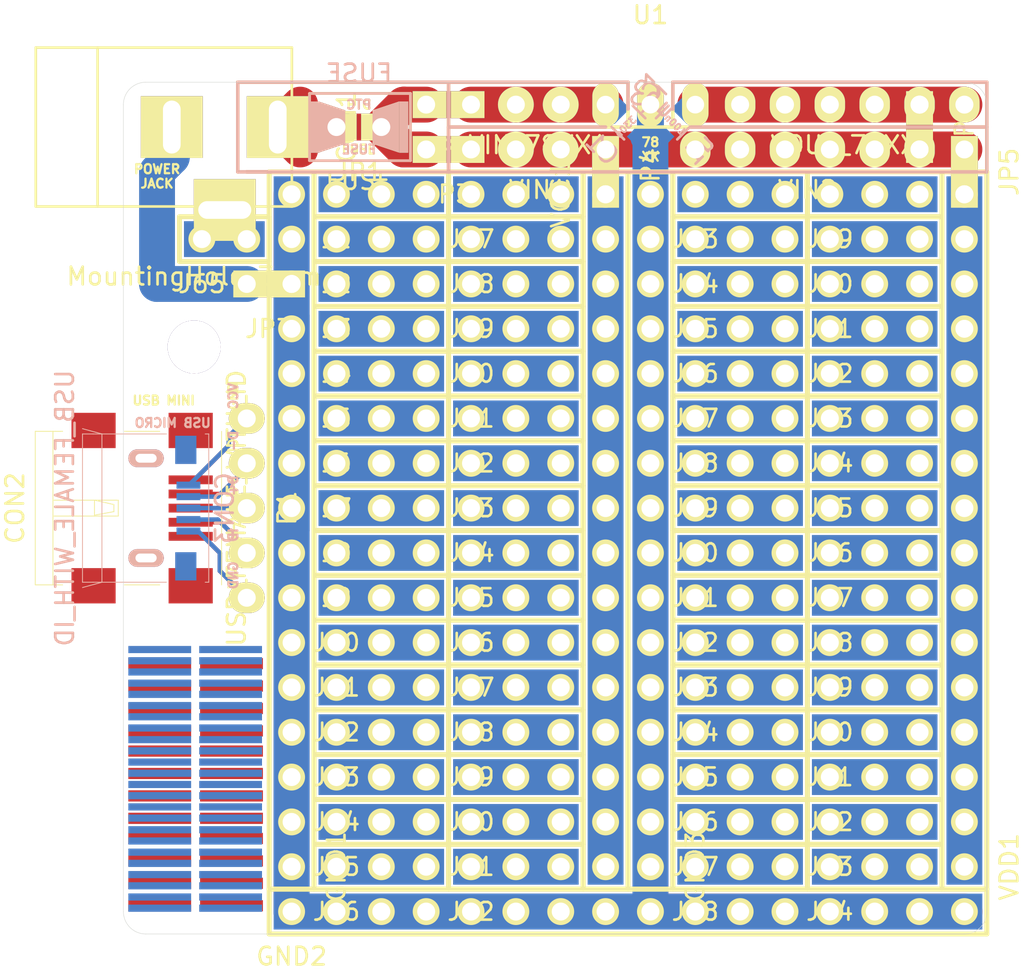
<source format=kicad_pcb>
(kicad_pcb (version 20221018) (generator pcbnew)
  (layers (0 "F.Cu" signal) (31 "B.Cu" signal) (34 "B.Paste" user) (35 "F.Paste" user) (36 "B.SilkS" user "B.Silkscreen") (37 "F.SilkS" user "F.Silkscreen") (38 "B.Mask" user) (39 "F.Mask" user) (44 "Edge.Cuts" user))
  (net 0 "")
  (net 1 "Net-(C1-Pad1)")
  (net 2 "Net-(C1-Pad2)")
  (net 3 "Net-(C2-Pad1)")
  (net 4 "Net-(CON1-Pad1)")
  (net 5 "Net-(CON1-Pad2)")
  (net 6 "Net-(CON1-Pad3)")
  (net 7 "Net-(CON2-Pad1)")
  (net 8 "Net-(CON2-Pad2)")
  (net 9 "Net-(CON2-Pad3)")
  (net 10 "Net-(CON2-Pad4)")
  (net 11 "Net-(CON2-Pad5)")
  (net 12 "Net-(CON2-Pad6)")
  (net 13 "Net-(CON3-Pad6)")
  (net 14 "Net-(J1-Pad1)")
  (net 15 "Net-(J2-Pad1)")
  (net 16 "Net-(J3-Pad1)")
  (net 17 "Net-(J4-Pad1)")
  (net 18 "Net-(J5-Pad1)")
  (net 19 "Net-(J6-Pad1)")
  (net 20 "Net-(J7-Pad1)")
  (net 21 "Net-(J8-Pad1)")
  (net 22 "Net-(J9-Pad1)")
  (net 23 "Net-(J10-Pad1)")
  (net 24 "Net-(J11-Pad1)")
  (net 25 "Net-(J12-Pad1)")
  (net 26 "Net-(J13-Pad1)")
  (net 27 "Net-(J14-Pad1)")
  (net 28 "Net-(J15-Pad1)")
  (net 29 "Net-(J16-Pad1)")
  (net 30 "Net-(J17-Pad1)")
  (net 31 "Net-(J18-Pad1)")
  (net 32 "Net-(J19-Pad1)")
  (net 33 "Net-(J20-Pad1)")
  (net 34 "Net-(J21-Pad1)")
  (net 35 "Net-(J22-Pad1)")
  (net 36 "Net-(J23-Pad1)")
  (net 37 "Net-(J24-Pad1)")
  (net 38 "Net-(J25-Pad1)")
  (net 39 "Net-(J26-Pad1)")
  (net 40 "Net-(J27-Pad1)")
  (net 41 "Net-(J28-Pad1)")
  (net 42 "Net-(J29-Pad1)")
  (net 43 "Net-(J30-Pad1)")
  (net 44 "Net-(J31-Pad1)")
  (net 45 "Net-(J32-Pad1)")
  (net 46 "Net-(J33-Pad1)")
  (net 47 "Net-(J34-Pad1)")
  (net 48 "Net-(J35-Pad1)")
  (net 49 "Net-(J36-Pad1)")
  (net 50 "Net-(J37-Pad1)")
  (net 51 "Net-(J38-Pad1)")
  (net 52 "Net-(J39-Pad1)")
  (net 53 "Net-(J40-Pad1)")
  (net 54 "Net-(J41-Pad1)")
  (net 55 "Net-(J42-Pad1)")
  (net 56 "Net-(J43-Pad1)")
  (net 57 "Net-(J44-Pad1)")
  (net 58 "Net-(J45-Pad1)")
  (net 59 "Net-(J46-Pad1)")
  (net 60 "Net-(J47-Pad1)")
  (net 61 "Net-(J48-Pad1)")
  (net 62 "Net-(J49-Pad1)")
  (net 63 "Net-(J50-Pad1)")
  (net 64 "Net-(J51-Pad1)")
  (net 65 "Net-(J52-Pad1)")
  (net 66 "Net-(J53-Pad1)")
  (net 67 "Net-(J54-Pad1)")
  (net 68 "Net-(J55-Pad1)")
  (net 69 "Net-(J56-Pad1)")
  (net 70 "Net-(J57-Pad1)")
  (net 71 "Net-(J58-Pad1)")
  (net 72 "Net-(J59-Pad1)")
  (net 73 "Net-(J60-Pad1)")
  (net 74 "Net-(J61-Pad1)")
  (net 75 "Net-(J62-Pad1)")
  (net 76 "Net-(J63-Pad1)")
  (net 77 "Net-(J64-Pad1)")
  (net 78 "Net-(JP3-Pad2)")
  (net 79 "Net-(JP4-Pad1)")
  (net 80 "Net-(JP5-Pad1)")
  (net 81 "Net-(F1-Pad2)")
  (footprint "2.54mm_Pin_Headers:Solder_Jumper_1x2_Shorted_T" (layer "F.Cu") (at 38.1 34.29)
    (fp_text reference "JP7")
    (fp_text value "JUMPER" hide)
  )
  (footprint "Socket_Strips:Socket_Strip_Straight_1x02" (layer "F.Cu") (at 53.34 26.67 180)
    (fp_text reference "VIN1")
    (fp_text value "CONN_2" hide)
  )
  (footprint "Socket_Strips:Socket_Strip_Straight_1x02" (layer "F.Cu") (at 53.34 24.13 180)
    (fp_text reference "VIN_78XX1")
    (fp_text value "CONN_2" hide)
  )
  (footprint "SMD:SMD_127_357_4X2" (layer "F.Cu") (at 33.9344 67.6148)
    (fp_text reference "Ref**" hide)
    (fp_text value "Val**" hide)
  )
  (footprint "SMD:SMD_127_357_4X2" (layer "F.Cu") (at 33.9344 62.6618)
    (fp_text reference "Ref**" hide)
    (fp_text value "Val**" hide)
  )
  (footprint "SMD:SMD_127_357_4X2" (layer "F.Cu") (at 33.9344 57.7088)
    (fp_text reference "Ref**" hide)
    (fp_text value "Val**" hide)
  )
  (footprint "Mounting_Holes:MountingHole_3mm" (layer "F.Cu") (at 33.85 37.86)
    (fp_text reference "MountingHole_3mm")
    (fp_text value "VAL**" hide)
  )
  (footprint "Connect:BARREL_JACK" (layer "F.Cu") (at 32.385 25.4)
    (fp_text reference "CON1")
    (fp_text value "BARREL_JACK" hide)
  )
  (footprint "2.54mm_Pin_Headers:Interconnect_1x16" (layer "F.Cu") (at 39.37 67.31 90)
    (fp_text reference "GND1")
    (fp_text value "INTERCONNECT_16X1" hide)
  )
  (footprint "2.54mm_Pin_Headers:Interconnect_1x16" (layer "F.Cu") (at 39.37 69.85)
    (fp_text reference "GND2")
    (fp_text value "INTERCONNECT_16X1" hide)
  )
  (footprint "2.54mm_Pin_Headers:Interconnect_1x03" (layer "F.Cu") (at 41.91 31.75)
    (fp_text reference "J2")
    (fp_text value "INTERCONNECT_3X1" hide)
  )
  (footprint "2.54mm_Pin_Headers:Interconnect_1x03" (layer "F.Cu") (at 41.91 34.29)
    (fp_text reference "J3")
    (fp_text value "INTERCONNECT_3X1" hide)
  )
  (footprint "2.54mm_Pin_Headers:Interconnect_1x03" (layer "F.Cu") (at 41.91 36.83)
    (fp_text reference "J4")
    (fp_text value "INTERCONNECT_3X1" hide)
  )
  (footprint "2.54mm_Pin_Headers:Interconnect_1x03" (layer "F.Cu") (at 41.91 39.37)
    (fp_text reference "J5")
    (fp_text value "INTERCONNECT_3X1" hide)
  )
  (footprint "2.54mm_Pin_Headers:Interconnect_1x03" (layer "F.Cu") (at 41.91 41.91)
    (fp_text reference "J6")
    (fp_text value "INTERCONNECT_3X1" hide)
  )
  (footprint "2.54mm_Pin_Headers:Interconnect_1x03" (layer "F.Cu") (at 41.91 44.45)
    (fp_text reference "J7")
    (fp_text value "INTERCONNECT_3X1" hide)
  )
  (footprint "2.54mm_Pin_Headers:Interconnect_1x03" (layer "F.Cu") (at 41.91 46.99)
    (fp_text reference "J8")
    (fp_text value "INTERCONNECT_3X1" hide)
  )
  (footprint "2.54mm_Pin_Headers:Interconnect_1x03" (layer "F.Cu") (at 41.91 49.53)
    (fp_text reference "J9")
    (fp_text value "INTERCONNECT_3X1" hide)
  )
  (footprint "2.54mm_Pin_Headers:Interconnect_1x03" (layer "F.Cu") (at 41.91 52.07)
    (fp_text reference "J10")
    (fp_text value "INTERCONNECT_3X1" hide)
  )
  (footprint "2.54mm_Pin_Headers:Interconnect_1x03" (layer "F.Cu") (at 41.91 54.61)
    (fp_text reference "J11")
    (fp_text value "INTERCONNECT_3X1" hide)
  )
  (footprint "2.54mm_Pin_Headers:Interconnect_1x03" (layer "F.Cu") (at 41.91 57.15)
    (fp_text reference "J12")
    (fp_text value "INTERCONNECT_3X1" hide)
  )
  (footprint "2.54mm_Pin_Headers:Interconnect_1x03" (layer "F.Cu") (at 41.91 59.69)
    (fp_text reference "J13")
    (fp_text value "INTERCONNECT_3X1" hide)
  )
  (footprint "2.54mm_Pin_Headers:Interconnect_1x03" (layer "F.Cu") (at 41.91 62.23)
    (fp_text reference "J14")
    (fp_text value "INTERCONNECT_3X1" hide)
  )
  (footprint "2.54mm_Pin_Headers:Interconnect_1x03" (layer "F.Cu") (at 41.91 64.77)
    (fp_text reference "J15")
    (fp_text value "INTERCONNECT_3X1" hide)
  )
  (footprint "2.54mm_Pin_Headers:Interconnect_1x03" (layer "F.Cu") (at 41.91 67.31)
    (fp_text reference "J16")
    (fp_text value "INTERCONNECT_3X1" hide)
  )
  (footprint "2.54mm_Pin_Headers:Interconnect_1x03" (layer "F.Cu") (at 49.53 29.21)
    (fp_text reference "J17")
    (fp_text value "INTERCONNECT_3X1" hide)
  )
  (footprint "2.54mm_Pin_Headers:Interconnect_1x03" (layer "F.Cu") (at 49.53 31.75)
    (fp_text reference "J18")
    (fp_text value "INTERCONNECT_3X1" hide)
  )
  (footprint "2.54mm_Pin_Headers:Interconnect_1x03" (layer "F.Cu") (at 49.53 34.29)
    (fp_text reference "J19")
    (fp_text value "INTERCONNECT_3X1" hide)
  )
  (footprint "2.54mm_Pin_Headers:Interconnect_1x03" (layer "F.Cu") (at 49.53 36.83)
    (fp_text reference "J20")
    (fp_text value "INTERCONNECT_3X1" hide)
  )
  (footprint "2.54mm_Pin_Headers:Interconnect_1x03" (layer "F.Cu") (at 49.53 41.91)
    (fp_text reference "J22")
    (fp_text value "INTERCONNECT_3X1" hide)
  )
  (footprint "2.54mm_Pin_Headers:Interconnect_1x03" (layer "F.Cu") (at 49.53 44.45)
    (fp_text reference "J23")
    (fp_text value "INTERCONNECT_3X1" hide)
  )
  (footprint "2.54mm_Pin_Headers:Interconnect_1x03" (layer "F.Cu") (at 49.53 46.99)
    (fp_text reference "J24")
    (fp_text value "INTERCONNECT_3X1" hide)
  )
  (footprint "2.54mm_Pin_Headers:Interconnect_1x03" (layer "F.Cu") (at 49.53 49.53)
    (fp_text reference "J25")
    (fp_text value "INTERCONNECT_3X1" hide)
  )
  (footprint "2.54mm_Pin_Headers:Interconnect_1x03" (layer "F.Cu") (at 49.53 52.07)
    (fp_text reference "J26")
    (fp_text value "INTERCONNECT_3X1" hide)
  )
  (footprint "2.54mm_Pin_Headers:Interconnect_1x03" (layer "F.Cu") (at 49.53 54.61)
    (fp_text reference "J27")
    (fp_text value "INTERCONNECT_3X1" hide)
  )
  (footprint "2.54mm_Pin_Headers:Interconnect_1x03" (layer "F.Cu") (at 49.53 57.15)
    (fp_text reference "J28")
    (fp_text value "INTERCONNECT_3X1" hide)
  )
  (footprint "2.54mm_Pin_Headers:Interconnect_1x03" (layer "F.Cu") (at 49.53 59.69)
    (fp_text reference "J29")
    (fp_text value "INTERCONNECT_3X1" hide)
  )
  (footprint "2.54mm_Pin_Headers:Interconnect_1x03" (layer "F.Cu") (at 49.53 62.23)
    (fp_text reference "J30")
    (fp_text value "INTERCONNECT_3X1" hide)
  )
  (footprint "2.54mm_Pin_Headers:Interconnect_1x03" (layer "F.Cu") (at 49.53 64.77)
    (fp_text reference "J31")
    (fp_text value "INTERCONNECT_3X1" hide)
  )
  (footprint "2.54mm_Pin_Headers:Interconnect_1x03" (layer "F.Cu") (at 49.53 67.31)
    (fp_text reference "J32")
    (fp_text value "INTERCONNECT_3X1" hide)
  )
  (footprint "2.54mm_Pin_Headers:Interconnect_1x03" (layer "F.Cu") (at 62.23 29.21)
    (fp_text reference "J33")
    (fp_text value "INTERCONNECT_3X1" hide)
  )
  (footprint "2.54mm_Pin_Headers:Interconnect_1x03" (layer "F.Cu") (at 62.23 31.75)
    (fp_text reference "J34")
    (fp_text value "INTERCONNECT_3X1" hide)
  )
  (footprint "2.54mm_Pin_Headers:Interconnect_1x03" (layer "F.Cu") (at 62.23 34.29)
    (fp_text reference "J35")
    (fp_text value "INTERCONNECT_3X1" hide)
  )
  (footprint "2.54mm_Pin_Headers:Interconnect_1x03" (layer "F.Cu") (at 62.23 36.83)
    (fp_text reference "J36")
    (fp_text value "INTERCONNECT_3X1" hide)
  )
  (footprint "2.54mm_Pin_Headers:Interconnect_1x03" (layer "F.Cu") (at 62.23 39.37)
    (fp_text reference "J37")
    (fp_text value "INTERCONNECT_3X1" hide)
  )
  (footprint "2.54mm_Pin_Headers:Interconnect_1x03" (layer "F.Cu") (at 62.23 41.91)
    (fp_text reference "J38")
    (fp_text value "INTERCONNECT_3X1" hide)
  )
  (footprint "2.54mm_Pin_Headers:Interconnect_1x03" (layer "F.Cu") (at 62.23 44.45)
    (fp_text reference "J39")
    (fp_text value "INTERCONNECT_3X1" hide)
  )
  (footprint "2.54mm_Pin_Headers:Interconnect_1x03" (layer "F.Cu") (at 62.23 46.99)
    (fp_text reference "J40")
    (fp_text value "INTERCONNECT_3X1" hide)
  )
  (footprint "2.54mm_Pin_Headers:Interconnect_1x03" (layer "F.Cu") (at 62.23 49.53)
    (fp_text reference "J41")
    (fp_text value "INTERCONNECT_3X1" hide)
  )
  (footprint "2.54mm_Pin_Headers:Interconnect_1x03" (layer "F.Cu") (at 62.23 52.07)
    (fp_text reference "J42")
    (fp_text value "INTERCONNECT_3X1" hide)
  )
  (footprint "2.54mm_Pin_Headers:Interconnect_1x03" (layer "F.Cu") (at 62.23 54.61)
    (fp_text reference "J43")
    (fp_text value "INTERCONNECT_3X1" hide)
  )
  (footprint "2.54mm_Pin_Headers:Interconnect_1x03" (layer "F.Cu") (at 62.23 57.15)
    (fp_text reference "J44")
    (fp_text value "INTERCONNECT_3X1" hide)
  )
  (footprint "2.54mm_Pin_Headers:Interconnect_1x03" (layer "F.Cu") (at 62.23 59.69)
    (fp_text reference "J45")
    (fp_text value "INTERCONNECT_3X1" hide)
  )
  (footprint "2.54mm_Pin_Headers:Interconnect_1x03" (layer "F.Cu") (at 62.23 62.23)
    (fp_text reference "J46")
    (fp_text value "INTERCONNECT_3X1" hide)
  )
  (footprint "2.54mm_Pin_Headers:Interconnect_1x03" (layer "F.Cu") (at 62.23 64.77)
    (fp_text reference "J47")
    (fp_text value "INTERCONNECT_3X1" hide)
  )
  (footprint "2.54mm_Pin_Headers:Interconnect_1x03" (layer "F.Cu") (at 62.23 67.31)
    (fp_text reference "J48")
    (fp_text value "INTERCONNECT_3X1" hide)
  )
  (footprint "2.54mm_Pin_Headers:Interconnect_1x03" (layer "F.Cu") (at 69.85 29.21)
    (fp_text reference "J49")
    (fp_text value "INTERCONNECT_3X1" hide)
  )
  (footprint "2.54mm_Pin_Headers:Interconnect_1x03" (layer "F.Cu") (at 69.85 31.75)
    (fp_text reference "J50")
    (fp_text value "INTERCONNECT_3X1" hide)
  )
  (footprint "2.54mm_Pin_Headers:Interconnect_1x03" (layer "F.Cu") (at 69.85 34.29)
    (fp_text reference "J51")
    (fp_text value "INTERCONNECT_3X1" hide)
  )
  (footprint "2.54mm_Pin_Headers:Interconnect_1x03" (layer "F.Cu") (at 69.85 36.83)
    (fp_text reference "J52")
    (fp_text value "INTERCONNECT_3X1" hide)
  )
  (footprint "2.54mm_Pin_Headers:Interconnect_1x03" (layer "F.Cu") (at 69.85 39.37)
    (fp_text reference "J53")
    (fp_text value "INTERCONNECT_3X1" hide)
  )
  (footprint "2.54mm_Pin_Headers:Interconnect_1x03" (layer "F.Cu") (at 69.85 41.91)
    (fp_text reference "J54")
    (fp_text value "INTERCONNECT_3X1" hide)
  )
  (footprint "2.54mm_Pin_Headers:Interconnect_1x03" (layer "F.Cu") (at 69.85 44.45)
    (fp_text reference "J55")
    (fp_text value "INTERCONNECT_3X1" hide)
  )
  (footprint "2.54mm_Pin_Headers:Interconnect_1x03" (layer "F.Cu") (at 69.85 46.99)
    (fp_text reference "J56")
    (fp_text value "INTERCONNECT_3X1" hide)
  )
  (footprint "2.54mm_Pin_Headers:Interconnect_1x03" (layer "F.Cu") (at 69.85 49.53)
    (fp_text reference "J57")
    (fp_text value "INTERCONNECT_3X1" hide)
  )
  (footprint "2.54mm_Pin_Headers:Interconnect_1x03" (layer "F.Cu") (at 69.85 52.07)
    (fp_text reference "J58")
    (fp_text value "INTERCONNECT_3X1" hide)
  )
  (footprint "2.54mm_Pin_Headers:Interconnect_1x03" (layer "F.Cu") (at 69.85 54.61)
    (fp_text reference "J59")
    (fp_text value "INTERCONNECT_3X1" hide)
  )
  (footprint "2.54mm_Pin_Headers:Interconnect_1x03" (layer "F.Cu") (at 69.85 57.15)
    (fp_text reference "J60")
    (fp_text value "INTERCONNECT_3X1" hide)
  )
  (footprint "2.54mm_Pin_Headers:Interconnect_1x03" (layer "F.Cu") (at 69.85 59.69)
    (fp_text reference "J61")
    (fp_text value "INTERCONNECT_3X1" hide)
  )
  (footprint "2.54mm_Pin_Headers:Interconnect_1x03" (layer "F.Cu") (at 69.85 62.23)
    (fp_text reference "J62")
    (fp_text value "INTERCONNECT_3X1" hide)
  )
  (footprint "2.54mm_Pin_Headers:Interconnect_1x03" (layer "F.Cu") (at 69.85 64.77)
    (fp_text reference "J63")
    (fp_text value "INTERCONNECT_3X1" hide)
  )
  (footprint "2.54mm_Pin_Headers:Interconnect_1x03" (layer "F.Cu") (at 69.85 67.31)
    (fp_text reference "J64")
    (fp_text value "INTERCONNECT_3X1" hide)
  )
  (footprint "2.54mm_Pin_Headers:Interconnect_1x02" (layer "F.Cu") (at 34.29 31.75)
    (fp_text reference "J65")
    (fp_text value "INTERCONNECT_2X1" hide)
  )
  (footprint "2.54mm_Pin_Headers:Solder_Jumper_1x2_Shorted_T" (layer "F.Cu") (at 43.18 25.4)
    (fp_text reference "JP1")
    (fp_text value "JUMPER" hide)
  )
  (footprint "2.54mm_Pin_Headers:Solder_Jumper_1x2_Shorted_T" (layer "F.Cu") (at 48.26 24.13)
    (fp_text reference "JP2")
    (fp_text value "JUMPER" hide)
  )
  (footprint "2.54mm_Pin_Headers:Solder_Jumper_1x2_Shorted_T" (layer "F.Cu") (at 48.26 26.67)
    (fp_text reference "JP3")
    (fp_text value "JUMPER" hide)
  )
  (footprint "2.54mm_Pin_Headers:Solder_Jumper_1x2_Shorted_T" (layer "F.Cu") (at 57.15 27.94 90)
    (fp_text reference "JP4")
    (fp_text value "JUMPER" hide)
  )
  (footprint "2.54mm_Pin_Headers:Solder_Jumper_1x2_Shorted_T" (layer "F.Cu") (at 77.47 27.94 90)
    (fp_text reference "JP5")
    (fp_text value "JUMPER" hide)
  )
  (footprint "2.54mm_Pin_Headers:Solder_Jumper_1x2_Shorted_T" (layer "F.Cu") (at 74.93 25.4 90)
    (fp_text reference "JP6")
    (fp_text value "JUMPER" hide)
  )
  (footprint "Pin_Headers:Pin_Header_Straight_1x05" (layer "F.Cu") (at 36.83 46.99 -90)
    (fp_text reference "P1")
    (fp_text value "CONN_5" hide)
  )
  (footprint "2.54mm_Pin_Headers:Interconnect_1x16" (layer "F.Cu") (at 57.15 29.21 -90)
    (fp_text reference "VCC1")
    (fp_text value "INTERCONNECT_16X1" hide)
  )
  (footprint "2.54mm_Pin_Headers:Interconnect_1x16" (layer "F.Cu") (at 77.47 67.31 90)
    (fp_text reference "VDD1")
    (fp_text value "INTERCONNECT_16X1" hide)
  )
  (footprint "2.54mm_Pin_Headers:Interconnect_1x03" (layer "F.Cu") (at 41.91 29.21)
    (fp_text reference "J1")
    (fp_text value "INTERCONNECT_3X1" hide)
  )
  (footprint "Muonde:CC12ZZ" (layer "F.Cu") (at 43.18 25.4)
    (fp_text reference "F1" hide)
    (fp_text value "FUSE")
  )
  (footprint "2.54mm_Pin_Headers:Interconnect_1x03" (layer "F.Cu") (at 49.53 39.37)
    (fp_text reference "J21")
    (fp_text value "INTERCONNECT_3X1" hide)
  )
  (footprint "Connectors:USB_Mini-B_Female" (layer "F.Cu") (at 33.655 46.99 -90)
    (fp_text reference "CON2")
    (fp_text value "USB_FEMALE_WITH_ID")
  )
  (footprint "Transistors_TO-220:TO-220_Neutral123_Vertical" (layer "F.Cu") (at 59.69 24.13)
    (fp_text reference "U1")
    (fp_text value "LM7805CT" hide)
  )
  (footprint "Socket_Strips:Socket_Strip_Straight_1x06" (layer "F.Cu") (at 68.58 26.67 180)
    (fp_text reference "VIN2")
    (fp_text value "CONN_6" hide)
  )
  (footprint "Socket_Strips:Socket_Strip_Straight_1x06" (layer "F.Cu") (at 71.12 24.13 180)
    (fp_text reference "VOUT_78XX1")
    (fp_text value "CONN_6" hide)
  )
  (footprint "2.54mm_Pin_Headers:Interconnect_1x16" (layer "F.Cu") (at 59.69 67.31 90)
    (fp_text reference "GND3")
    (fp_text value "INTERCONNECT_16X1" hide)
  )
  (footprint "SMD:SMD_065_357_8X2" (layer "B.Cu") (at 33.909 57.2262)
    (fp_text reference "Ref**" hide)
    (fp_text value "Val**" hide)
  )
  (footprint "SMD:SMD_065_357_8X2" (layer "B.Cu") (at 33.909 62.3316)
    (fp_text reference "Ref**" hide)
    (fp_text value "Val**" hide)
  )
  (footprint "SMD:SMD_065_357_8X2" (layer "B.Cu") (at 33.909 67.437)
    (fp_text reference "Ref**" hide)
    (fp_text value "Val**" hide)
  )
  (footprint "Muonde:CC12ZZ" (layer "B.Cu") (at 43.18 25.4)
    (fp_text reference "F2" hide)
    (fp_text value "FUSE")
  )
  (footprint "Connectors:USB_Micro-B_Female_Wellco_AUSB_1011_05S2" (layer "B.Cu") (at 33.528 46.99 90)
    (fp_text reference "CON3")
    (fp_text value "USB_FEMALE_WITH_ID")
  )
  (footprint "Capacitors_SMD:C_0805_HandSoldering" (layer "B.Cu") (at 58.4454 25.146 -45)
    (fp_text reference "C1")
    (fp_text value "u33")
  )
  (footprint "Capacitors_SMD:C_0805_HandSoldering" (layer "B.Cu") (at 60.96 25.146 -135)
    (fp_text reference "C2")
    (fp_text value "u1")
  )
  (gr_line (start 60.96 22.86) (end 60.96 24.384) (stroke (width 0.2)) (layer "B.SilkS"))
  (gr_line (start 43.18 27.94) (end 36.322 27.94) (stroke (width 0.2)) (layer "B.SilkS"))
  (gr_line (start 36.322 22.86) (end 43.18 22.86) (stroke (width 0.2)) (layer "B.SilkS"))
  (gr_line (start 58.42 22.86) (end 58.42 24.384) (stroke (width 0.2)) (layer "B.SilkS"))
  (gr_line (start 78.74 27.94) (end 78.74 25.4) (stroke (width 0.2)) (layer "B.SilkS"))
  (gr_line (start 78.74 22.86) (end 78.74 25.4) (stroke (width 0.2)) (layer "B.SilkS"))
  (gr_line (start 36.322 27.94) (end 36.322 22.86) (stroke (width 0.2)) (layer "B.SilkS"))
  (gr_line (start 48.26 22.86) (end 48.26 27.94) (stroke (width 0.2)) (layer "B.SilkS"))
  (gr_line (start 61.976 25.4) (end 78.74 25.4) (stroke (width 0.2)) (layer "B.SilkS"))
  (gr_line (start 60.96 22.86) (end 78.74 22.86) (stroke (width 0.2)) (layer "B.SilkS"))
  (gr_line (start 57.15 25.4) (end 48.26 25.4) (stroke (width 0.2)) (layer "B.SilkS"))
  (gr_line (start 36.83 27.94) (end 78.74 27.94) (stroke (width 0.2)) (layer "B.SilkS"))
  (gr_line (start 48.26 27.94) (end 48.26 25.4) (stroke (width 0.2)) (layer "B.SilkS"))
  (gr_line (start 58.42 22.86) (end 43.18 22.86) (stroke (width 0.2)) (layer "B.SilkS"))
  (gr_line (start 58.42 25.4) (end 58.42 22.86) (stroke (width 0.2)) (layer "F.SilkS"))
  (gr_line (start 60.96 25.4) (end 60.96 22.86) (stroke (width 0.2)) (layer "F.SilkS"))
  (gr_line (start 60.96 22.86) (end 78.74 22.86) (stroke (width 0.2)) (layer "F.SilkS"))
  (gr_line (start 78.74 22.86) (end 78.74 25.4) (stroke (width 0.2)) (layer "F.SilkS"))
  (gr_line (start 78.74 25.4) (end 60.96 25.4) (stroke (width 0.2)) (layer "F.SilkS"))
  (gr_line (start 78.74 27.94) (end 36.83 27.94) (stroke (width 0.2)) (layer "F.SilkS"))
  (gr_line (start 36.322 22.86) (end 36.322 27.94) (stroke (width 0.2)) (layer "F.SilkS"))
  (gr_line (start 58.42 25.4) (end 60.96 25.4) (stroke (width 0.2)) (layer "F.SilkS"))
  (gr_line (start 58.42 22.86) (end 43.18 22.86) (stroke (width 0.2)) (layer "F.SilkS"))
  (gr_line (start 48.26 25.4) (end 58.42 25.4) (stroke (width 0.2)) (layer "F.SilkS"))
  (gr_line (start 43.18 22.86) (end 36.322 22.86) (stroke (width 0.2)) (layer "F.SilkS"))
  (gr_line (start 48.26 22.86) (end 48.26 27.94) (stroke (width 0.2)) (layer "F.SilkS"))
  (gr_line (start 78.74 25.4) (end 78.74 27.94) (stroke (width 0.2)) (layer "F.SilkS"))
  (gr_arc (start 78.74 69.85) (mid 78.368026 70.748026) (end 77.47 71.12) (stroke (width 0.0254)) (layer "Edge.Cuts"))
  (gr_line (start 29.845 24.13) (end 29.845 69.85) (stroke (width 0.0254)) (layer "Edge.Cuts"))
  (gr_arc (start 31.115 71.12) (mid 30.216974 70.748026) (end 29.845 69.85) (stroke (width 0.0254)) (layer "Edge.Cuts"))
  (gr_line (start 77.47 22.86) (end 31.115 22.86) (stroke (width 0.0254)) (layer "Edge.Cuts"))
  (gr_arc (start 77.47 22.86) (mid 78.368026 23.231974) (end 78.74 24.13) (stroke (width 0.0254)) (layer "Edge.Cuts"))
  (gr_line (start 31.115 71.12) (end 77.47 71.12) (stroke (width 0.0254)) (layer "Edge.Cuts"))
  (gr_arc (start 29.845 24.13) (mid 30.216974 23.231974) (end 31.115 22.86) (stroke (width 0.0254)) (layer "Edge.Cuts"))
  (gr_line (start 78.74 24.13) (end 78.74 69.85) (stroke (width 0.0254)) (layer "Edge.Cuts"))
  (gr_text "FUSE" (at 43.18 26.67) (layer "B.SilkS") (effects (font (size 0.508 0.508) (thickness 0.127)) (justify mirror)))
  (gr_text "ID" (at 36.068 48.514 90) (layer "B.SilkS") (effects (font (size 0.508 0.508) (thickness 0.127)) (justify mirror)))
  (gr_text "100n\n" (at 61.087 25.273 315) (layer "B.SilkS") (effects (font (size 0.381 0.381) (thickness 0.09525)) (justify mirror)))
  (gr_text "GND" (at 36.068 50.8 90) (layer "B.SilkS") (effects (font (size 0.508 0.508) (thickness 0.127)) (justify mirror)))
  (gr_text "330n" (at 58.293 25.4 45) (layer "B.SilkS") (effects (font (size 0.381 0.381) (thickness 0.09525)) (justify mirror)))
  (gr_text "D-" (at 36.068 43.18 90) (layer "B.SilkS") (effects (font (size 0.508 0.508) (thickness 0.127)) (justify mirror)))
  (gr_text "PTC" (at 43.18 24.13) (layer "B.SilkS") (effects (font (size 0.508 0.508) (thickness 0.127)) (justify mirror)))
  (gr_text "D+" (at 36.068 45.72 90) (layer "B.SilkS") (effects (font (size 0.508 0.508) (thickness 0.127)) (justify mirror)))
  (gr_text "VCC" (at 36.068 40.64 90) (layer "B.SilkS") (effects (font (size 0.508 0.508) (thickness 0.127)) (justify mirror)))
  (gr_text "USB MICRO" (at 32.639 42.164) (layer "B.SilkS") (effects (font (size 0.508 0.508) (thickness 0.127)) (justify mirror)))
  (gr_text "FUSE" (at 43.18 26.67) (layer "F.SilkS") (effects (font (size 0.508 0.508) (thickness 0.127))))
  (gr_text "VCC" (at 36.068 50.8 90) (layer "F.SilkS") (effects (font (size 0.508 0.508) (thickness 0.127))))
  (gr_text "GND" (at 36.068 40.64 90) (layer "F.SilkS") (effects (font (size 0.508 0.508) (thickness 0.127))))
  (gr_text "78\nXX" (at 59.69 26.67) (layer "F.SilkS") (effects (font (size 0.508 0.508) (thickness 0.127))))
  (gr_text "USB MINI\n" (at 32.131 40.894) (layer "F.SilkS") (effects (font (size 0.508 0.508) (thickness 0.127))))
  (gr_text "POWER\nJACK" (at 31.75 28.194) (layer "F.SilkS") (effects (font (size 0.508 0.508) (thickness 0.127))))
  (gr_text "D-" (at 36.068 48.26 90) (layer "F.SilkS") (effects (font (size 0.508 0.508) (thickness 0.127))))
  (gr_text "ID" (at 36.068 43.434 90) (layer "F.SilkS") (effects (font (size 0.508 0.508) (thickness 0.127))))
  (gr_text "PTC" (at 43.18 24.13) (layer "F.SilkS") (effects (font (size 0.508 0.508) (thickness 0.127))))
  (gr_text "D+" (at 36.068 45.72 90) (layer "F.SilkS") (effects (font (size 0.508 0.508) (thickness 0.127))))
  (segment (start 54.61 24.13) (end 52.07 24.13) (width 2.032) (layer "F.Cu") (net 1))
  (segment (start 57.15 24.13) (end 54.61 24.13) (width 2.032) (layer "F.Cu") (net 1))
  (segment (start 49.53 24.13) (end 52.07 24.13) (width 2.032) (layer "F.Cu") (net 1))
  (segment (start 39.37 69.85) (end 39.37 29.21) (width 2.032) (layer "F.Cu") (net 2))
  (segment (start 59.69 67.31) (end 59.69 69.85) (width 2.032) (layer "F.Cu") (net 2))
  (segment (start 59.69 69.85) (end 59.69 69.215) (width 2.032) (layer "F.Cu") (net 2))
  (segment (start 59.69 69.215) (end 59.69 69.85) (width 2.032) (layer "F.Cu") (net 2))
  (segment (start 59.69 29.21) (end 59.69 67.31) (width 2.032) (layer "F.Cu") (net 2))
  (segment (start 77.47 69.85) (end 39.37 69.85) (width 2.032) (layer "F.Cu") (net 2))
  (segment (start 39.37 69.85) (end 39.37 67.31) (width 2.032) (layer "B.Cu") (net 2))
  (segment (start 39.37 67.31) (end 39.37 48.26) (width 2.032) (layer "B.Cu") (net 2))
  (segment (start 59.69 69.85) (end 58.42 69.85) (width 2.032) (layer "B.Cu") (net 2))
  (segment (start 39.37 36.068) (end 39.37 48.26) (width 2.032) (layer "B.Cu") (net 2))
  (segment (start 59.69 25.669166) (end 59.329283 26.029883) (width 1.524) (layer "B.Cu") (net 2))
  (segment (start 58.42 69.85) (end 39.37 69.85) (width 2.032) (layer "B.Cu") (net 2))
  (segment (start 59.69 24.13) (end 59.69 25.669166) (width 1.524) (layer "B.Cu") (net 2))
  (segment (start 59.69 48.26) (end 59.69 69.85) (width 2.032) (layer "B.Cu") (net 2))
  (segment (start 59.69 48.26) (end 59.69 26.035) (width 2.032) (layer "B.Cu") (net 2))
  (segment (start 39.37 48.26) (end 39.37 36.068) (width 2.032) (layer "B.Cu") (net 2))
  (segment (start 39.37 48.26) (end 39.37 34.29) (width 2.032) (layer "B.Cu") (net 2))
  (segment (start 58.42 69.85) (end 59.69 69.85) (width 2.032) (layer "B.Cu") (net 2))
  (segment (start 64.77 24.13) (end 67.31 24.13) (width 2.032) (layer "F.Cu") (net 3))
  (segment (start 69.85 24.13) (end 72.39 24.13) (width 2.032) (layer "F.Cu") (net 3))
  (segment (start 72.39 24.13) (end 74.93 24.13) (width 2.032) (layer "F.Cu") (net 3))
  (segment (start 62.23 24.13) (end 64.77 24.13) (width 2.032) (layer "F.Cu") (net 3))
  (segment (start 67.31 24.13) (end 69.85 24.13) (width 2.032) (layer "F.Cu") (net 3))
  (segment (start 74.93 24.13) (end 77.47 24.13) (width 2.032) (layer "F.Cu") (net 3))
  (segment (start 39.85514 24.13) (end 38.58514 25.4) (width 2.032) (layer "F.Cu") (net 4))
  (segment (start 39.85514 26.67) (end 38.58514 25.4) (width 2.032) (layer "F.Cu") (net 4))
  (segment (start 38.58514 25.4) (end 40.6908 25.4) (width 2.032) (layer "F.Cu") (net 4))
  (segment (start 31.75 34.29) (end 31.75 27.94) (width 2.032) (layer "B.Cu") (net 5))
  (segment (start 31.75 27.94) (end 32.58566 27.10434) (width 2.032) (layer "B.Cu") (net 5))
  (segment (start 32.58566 27.10434) (end 32.58566 25.4) (width 2.032) (layer "B.Cu") (net 5))
  (segment (start 36.83 34.29) (end 31.75 34.29) (width 2.032) (layer "B.Cu") (net 5))
  (segment (start 35.814 42.926) (end 35.814 43.434) (width 0.254) (layer "F.Cu") (net 7))
  (segment (start 35.814 43.434) (end 33.858 45.39) (width 0.254) (layer "F.Cu") (net 7))
  (segment (start 33.858 45.39) (end 33.655 45.39) (width 0.254) (layer "F.Cu") (net 7))
  (segment (start 33.7058 45.39234) (end 34.74466 45.39234) (width 0.254) (layer "F.Cu") (net 7))
  (segment (start 36.83 41.91) (end 35.814 42.926) (width 0.254) (layer "F.Cu") (net 7))
  (segment (start 33.558 45.69) (end 35.814 43.434) (width 0.254) (layer "B.Cu") (net 7))
  (segment (start 35.814 43.434) (end 35.814 42.926) (width 0.254) (layer "B.Cu") (net 7))
  (segment (start 35.814 42.926) (end 36.83 41.91) (width 0.254) (layer "B.Cu") (net 7))
  (segment (start 33.528 45.69) (end 33.558 45.69) (width 0.254) (layer "B.Cu") (net 7))
  (segment (start 35.344 46.19) (end 36.83 44.704) (width 0.254) (layer "F.Cu") (net 8))
  (segment (start 36.83 44.704) (end 36.83 44.45) (width 0.254) (layer "F.Cu") (net 8))
  (segment (start 33.655 46.19) (end 35.344 46.19) (width 0.254) (layer "F.Cu") (net 8))
  (segment (start 36.83 44.704) (end 35.194 46.34) (width 0.254) (layer "B.Cu") (net 8))
  (segment (start 35.194 46.34) (end 33.528 46.34) (width 0.254) (layer "B.Cu") (net 8))
  (segment (start 36.83 44.45) (end 36.83 44.704) (width 0.254) (layer "B.Cu") (net 8))
  (segment (start 33.7058 46.99) (end 36.957 46.99) (width 0.254) (layer "F.Cu") (net 9))
  (segment (start 33.91662 46.99) (end 36.957 46.99) (width 0.254) (layer "B.Cu") (net 9))
  (segment (start 35.344 47.79) (end 36.83 49.276) (width 0.254) (layer "F.Cu") (net 10))
  (segment (start 36.83 49.276) (end 36.83 49.53) (width 0.254) (layer "F.Cu") (net 10))
  (segment (start 33.655 47.79) (end 35.344 47.79) (width 0.254) (layer "F.Cu") (net 10))
  (segment (start 35.194 47.64) (end 36.83 49.276) (width 0.254) (layer "B.Cu") (net 10))
  (segment (start 36.83 49.276) (end 36.83 49.53) (width 0.254) (layer "B.Cu") (net 10))
  (segment (start 33.528 47.64) (end 35.194 47.64) (width 0.254) (layer "B.Cu") (net 10))
  (segment (start 34.366 48.59) (end 33.655 48.59) (width 0.254) (layer "F.Cu") (net 11))
  (segment (start 35.306 50.546) (end 35.306 49.53) (width 0.254) (layer "F.Cu") (net 11))
  (segment (start 35.306 49.53) (end 34.366 48.59) (width 0.254) (layer "F.Cu") (net 11))
  (segment (start 34.366 48.59) (end 33.655 48.59) (width 0.254) (layer "F.Cu") (net 11))
  (segment (start 36.83 52.07) (end 35.306 50.546) (width 0.254) (layer "F.Cu") (net 11))
  (segment (start 33.7058 48.58766) (end 34.74466 48.58766) (width 0.254) (layer "F.Cu") (net 11))
  (segment (start 34.066 48.29) (end 35.306 49.53) (width 0.254) (layer "B.Cu") (net 11))
  (segment (start 35.306 49.53) (end 35.306 50.546) (width 0.254) (layer "B.Cu") (net 11))
  (segment (start 35.306 50.546) (end 36.83 52.07) (width 0.254) (layer "B.Cu") (net 11))
  (segment (start 33.528 48.29) (end 34.066 48.29) (width 0.254) (layer "B.Cu") (net 11))
  (segment (start 74.93 26.67) (end 72.39 26.67) (width 2.032) (layer "F.Cu") (net 78))
  (segment (start 62.23 26.67) (end 57.15 26.67) (width 2.032) (layer "F.Cu") (net 78))
  (segment (start 67.31 26.67) (end 69.85 26.67) (width 2.032) (layer "F.Cu") (net 78))
  (segment (start 77.47 26.67) (end 74.93 26.67) (width 2.032) (layer "F.Cu") (net 78))
  (segment (start 72.39 26.67) (end 69.85 26.67) (width 2.032) (layer "F.Cu") (net 78))
  (segment (start 62.23 26.67) (end 59.69 26.67) (width 2.032) (layer "F.Cu") (net 78))
  (segment (start 57.15 26.67) (end 54.61 26.67) (width 2.032) (layer "F.Cu") (net 78))
  (segment (start 67.31 26.67) (end 64.77 26.67) (width 2.032) (layer "F.Cu") (net 78))
  (segment (start 54.61 26.67) (end 52.07 26.67) (width 2.032) (layer "F.Cu") (net 78))
  (segment (start 49.53 26.67) (end 52.07 26.67) (width 2.032) (layer "F.Cu") (net 78))
  (segment (start 64.77 26.67) (end 62.23 26.67) (width 2.032) (layer "F.Cu") (net 78))
  (segment (start 45.72 26.67) (end 44.45 25.4) (width 2.032) (layer "F.Cu") (net 81))
  (segment (start 46.99 24.13) (end 45.72 24.13) (width 2.032) (layer "F.Cu") (net 81))
  (segment (start 45.72 24.13) (end 44.45 25.4) (width 2.032) (layer "F.Cu") (net 81))
  (segment (start 46.99 26.67) (end 45.72 26.67) (width 2.032) (layer "F.Cu") (net 81))
)
</source>
